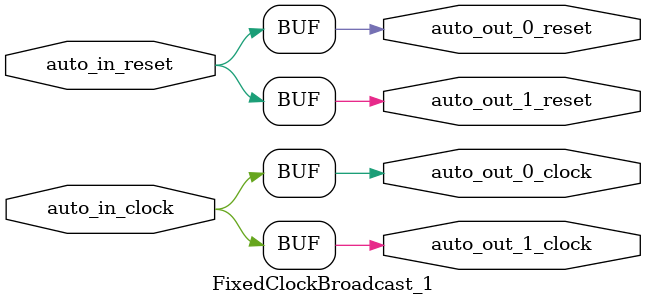
<source format=v>
module FixedClockBroadcast_1( // @[:chipyard.TestHarness.RocketConfig.fir@20954.2]
  input   auto_in_clock, // @[:chipyard.TestHarness.RocketConfig.fir@20955.4]
  input   auto_in_reset, // @[:chipyard.TestHarness.RocketConfig.fir@20955.4]
  output  auto_out_1_clock, // @[:chipyard.TestHarness.RocketConfig.fir@20955.4]
  output  auto_out_1_reset, // @[:chipyard.TestHarness.RocketConfig.fir@20955.4]
  output  auto_out_0_clock, // @[:chipyard.TestHarness.RocketConfig.fir@20955.4]
  output  auto_out_0_reset // @[:chipyard.TestHarness.RocketConfig.fir@20955.4]
);
  assign auto_out_1_clock = auto_in_clock; // @[LazyModule.scala 181:49:chipyard.TestHarness.RocketConfig.fir@20972.4]
  assign auto_out_1_reset = auto_in_reset; // @[LazyModule.scala 181:49:chipyard.TestHarness.RocketConfig.fir@20972.4]
  assign auto_out_0_clock = auto_in_clock; // @[LazyModule.scala 181:49:chipyard.TestHarness.RocketConfig.fir@20971.4]
  assign auto_out_0_reset = auto_in_reset; // @[LazyModule.scala 181:49:chipyard.TestHarness.RocketConfig.fir@20971.4]
endmodule

</source>
